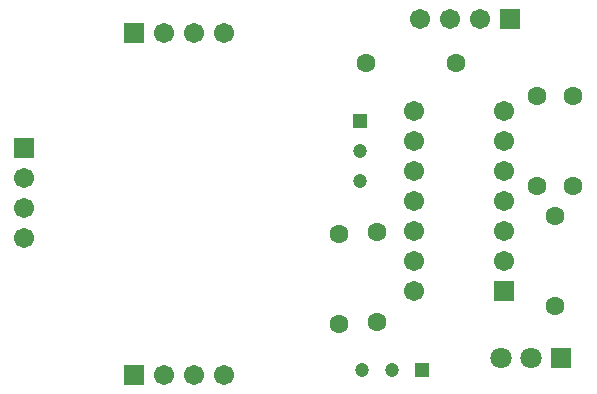
<source format=gbr>
%TF.GenerationSoftware,Altium Limited,Altium Designer,23.11.1 (41)*%
G04 Layer_Color=8388736*
%FSLAX45Y45*%
%MOMM*%
%TF.SameCoordinates,349A38C7-8BD6-4E23-B505-DA8FB3D968BF*%
%TF.FilePolarity,Negative*%
%TF.FileFunction,Soldermask,Top*%
%TF.Part,Single*%
G01*
G75*
%TA.AperFunction,ComponentPad*%
%ADD10R,1.20000X1.20000*%
%ADD11C,1.20000*%
%ADD12R,1.20000X1.20000*%
%ADD25R,1.70320X1.70320*%
%ADD26C,1.70320*%
%ADD27C,1.60320*%
%ADD28R,1.70320X1.70320*%
%ADD29R,1.80320X1.80320*%
%ADD30C,1.80320*%
D10*
X3175000Y-1257300D02*
D03*
D11*
Y-1511300D02*
D03*
Y-1765300D02*
D03*
X3441700Y-3365500D02*
D03*
X3187700D02*
D03*
D12*
X3695700D02*
D03*
D25*
X4394200Y-2692400D02*
D03*
X1257300Y-508000D02*
D03*
Y-3403600D02*
D03*
X4445000Y-393700D02*
D03*
D26*
X4394200Y-2438400D02*
D03*
Y-2184400D02*
D03*
Y-1930400D02*
D03*
Y-1676400D02*
D03*
Y-1422400D02*
D03*
Y-1168400D02*
D03*
X3632200Y-2692400D02*
D03*
Y-2438400D02*
D03*
Y-2184400D02*
D03*
Y-1930400D02*
D03*
Y-1676400D02*
D03*
Y-1422400D02*
D03*
Y-1168400D02*
D03*
X1511300Y-508000D02*
D03*
X1765300D02*
D03*
X2019300D02*
D03*
X1511300Y-3403600D02*
D03*
X1765300D02*
D03*
X2019300D02*
D03*
X3683000Y-393700D02*
D03*
X3937000D02*
D03*
X4191000D02*
D03*
X330200Y-2247900D02*
D03*
Y-1993900D02*
D03*
Y-1739900D02*
D03*
D27*
X4673600Y-1803400D02*
D03*
Y-1041400D02*
D03*
X4978400Y-1803400D02*
D03*
Y-1041400D02*
D03*
X4826000Y-2057400D02*
D03*
Y-2819400D02*
D03*
X3225800Y-762000D02*
D03*
X3987800D02*
D03*
X2997200Y-2971800D02*
D03*
Y-2209800D02*
D03*
X3314700Y-2197100D02*
D03*
Y-2959100D02*
D03*
D28*
X330200Y-1485900D02*
D03*
D29*
X4876800Y-3263900D02*
D03*
D30*
X4622800D02*
D03*
X4368800D02*
D03*
%TF.MD5,556735b59e7a4841986e1865584dc71c*%
M02*

</source>
